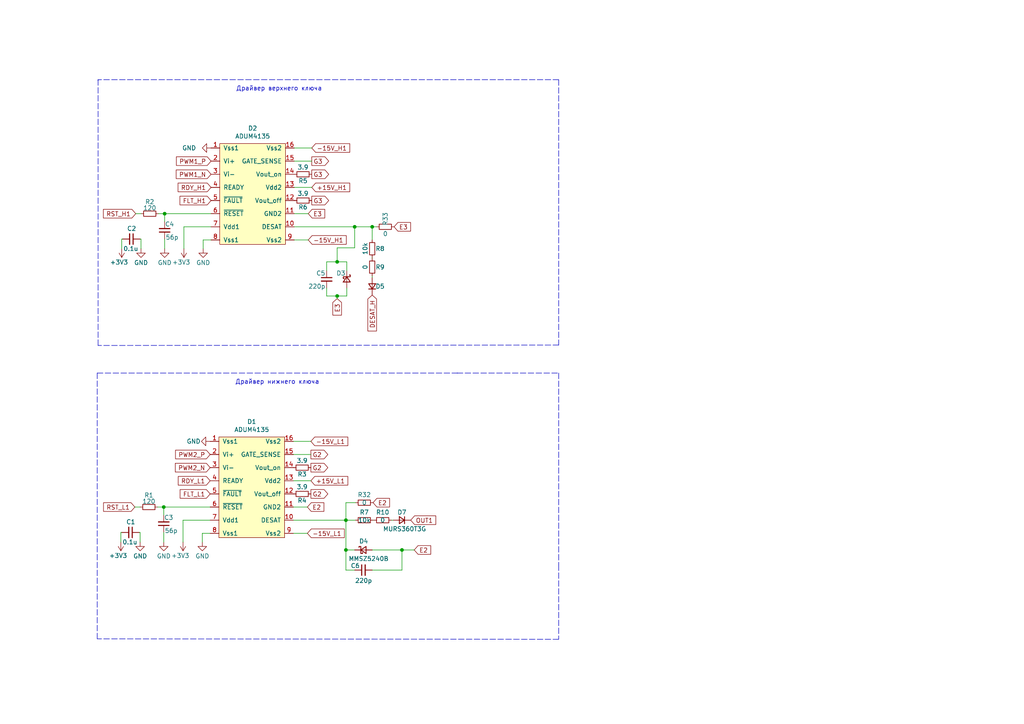
<source format=kicad_sch>
(kicad_sch (version 20211123) (generator eeschema)
  (paper "A4")
  (lib_symbols
    (symbol "ADUM_Driver:ADUM4135" (pin_names (offset 1.016))
      (property "Reference" "D" (at 0 0 0))
      (property "Value" "ADUM_Driver_ADUM4135" (at 0 -1.905 0))
      (symbol "ADUM4135_0_1"
        (rectangle (start -10.16 -3.175) (end 8.89 -32.385) (fill (type background)))
      )
      (symbol "ADUM4135_1_1"
        (pin input line (at -12.7 -4.445 0) (length 2.54) (name "Vss1") (number "1"))
        (pin input line (at 11.43 -27.305 180) (length 2.54) (name "DESAT") (number "10"))
        (pin input line (at 11.43 -23.495 180) (length 2.54) (name "GND2") (number "11"))
        (pin input line (at 11.43 -19.685 180) (length 2.54) (name "Vout_off") (number "12"))
        (pin input line (at 11.43 -15.875 180) (length 2.54) (name "Vdd2") (number "13"))
        (pin input line (at 11.43 -12.065 180) (length 2.54) (name "Vout_on") (number "14"))
        (pin input line (at 11.43 -8.255 180) (length 2.54) (name "GATE_SENSE") (number "15"))
        (pin input line (at 11.43 -4.445 180) (length 2.54) (name "Vss2") (number "16"))
        (pin input line (at -12.7 -8.255 0) (length 2.54) (name "Vi+") (number "2"))
        (pin input line (at -12.7 -12.065 0) (length 2.54) (name "Vi-") (number "3"))
        (pin input line (at -12.7 -15.875 0) (length 2.54) (name "READY") (number "4"))
        (pin input line (at -12.7 -19.685 0) (length 2.54) (name "~{FAULT}") (number "5"))
        (pin input line (at -12.7 -23.495 0) (length 2.54) (name "~{RESET}") (number "6"))
        (pin input line (at -12.7 -27.305 0) (length 2.54) (name "Vdd1") (number "7"))
        (pin input line (at -12.7 -31.115 0) (length 2.54) (name "Vss1") (number "8"))
        (pin input line (at 11.43 -31.115 180) (length 2.54) (name "Vss2") (number "9"))
      )
    )
    (symbol "Device:C_Small" (pin_numbers hide) (pin_names (offset 0.254) hide)
      (property "Reference" "C" (at 0.254 1.778 0))
      (property "Value" "C_Small" (at 0.254 -2.032 0))
      (symbol "C_Small_0_1"
        (polyline (pts (xy -1.524 -0.508) (xy 1.524 -0.508)) (stroke (width 0.3302)))
        (polyline (pts (xy -1.524 0.508) (xy 1.524 0.508)) (stroke (width 0.3048)))
      )
      (symbol "C_Small_1_1"
        (pin passive line (at 0 2.54 270) (length 2.032) (name "~") (number "1"))
        (pin passive line (at 0 -2.54 90) (length 2.032) (name "~") (number "2"))
      )
    )
    (symbol "Device:D_Schottky_Small" (pin_numbers hide) (pin_names (offset 0.254) hide)
      (property "Reference" "D" (at -1.27 2.032 0))
      (property "Value" "D_Schottky_Small" (at -7.112 -2.032 0))
      (symbol "D_Schottky_Small_0_1"
        (polyline (pts (xy -0.762 0) (xy 0.762 0)))
        (polyline (pts (xy 0.762 -1.016) (xy -0.762 0) (xy 0.762 1.016) (xy 0.762 -1.016)) (stroke (width 0.254)))
        (polyline (pts (xy -1.27 0.762) (xy -1.27 1.016) (xy -0.762 1.016) (xy -0.762 -1.016) (xy -0.254 -1.016) (xy -0.254 -0.762)) (stroke (width 0.254)))
      )
      (symbol "D_Schottky_Small_1_1"
        (pin passive line (at -2.54 0 0) (length 1.778) (name "K") (number "1"))
        (pin passive line (at 2.54 0 180) (length 1.778) (name "A") (number "2"))
      )
    )
    (symbol "Device:D_Small" (pin_numbers hide) (pin_names (offset 0.254) hide)
      (property "Reference" "D" (at -1.27 2.032 0))
      (property "Value" "D_Small" (at -3.81 -2.032 0))
      (symbol "D_Small_0_1"
        (polyline (pts (xy -0.762 -1.016) (xy -0.762 1.016)) (stroke (width 0.254)))
        (polyline (pts (xy -0.762 0) (xy 0.762 0)))
        (polyline (pts (xy 0.762 -1.016) (xy -0.762 0) (xy 0.762 1.016) (xy 0.762 -1.016)) (stroke (width 0.254)))
      )
      (symbol "D_Small_1_1"
        (pin passive line (at -2.54 0 0) (length 1.778) (name "K") (number "1"))
        (pin passive line (at 2.54 0 180) (length 1.778) (name "A") (number "2"))
      )
    )
    (symbol "Device:R_Small" (pin_numbers hide) (pin_names (offset 0.254) hide)
      (property "Reference" "R" (at 0.762 0.508 0))
      (property "Value" "R_Small" (at 0.762 -1.016 0))
      (symbol "R_Small_0_1"
        (rectangle (start -0.762 1.778) (end 0.762 -1.778) (stroke (width 0.2032)))
      )
      (symbol "R_Small_1_1"
        (pin passive line (at 0 2.54 270) (length 0.762) (name "~") (number "1"))
        (pin passive line (at 0 -2.54 90) (length 0.762) (name "~") (number "2"))
      )
    )
    (symbol "power:+3.3V" (power) (pin_names (offset 0))
      (property "Value" "+3.3V" (at 0 3.556 0))
      (symbol "+3.3V_0_1"
        (polyline (pts (xy -0.762 1.27) (xy 0 2.54)))
        (polyline (pts (xy 0 0) (xy 0 2.54)))
        (polyline (pts (xy 0 2.54) (xy 0.762 1.27)))
      )
      (symbol "+3.3V_1_1"
        (pin power_in line (at 0 0 90) (length 0) hide (name "+3V3") (number "1"))
      )
    )
    (symbol "power:GND" (power) (pin_names (offset 0))
      (property "Value" "GND" (at 0 -3.81 0))
      (symbol "GND_0_1"
        (polyline (pts (xy 0 0) (xy 0 -1.27) (xy 1.27 -1.27) (xy 0 -2.54) (xy -1.27 -1.27) (xy 0 -1.27)))
      )
      (symbol "GND_1_1"
        (pin power_in line (at 0 0 270) (length 0) hide (name "GND") (number "1"))
      )
    )
  )
  (junction (at 100.33 150.876))
  (junction (at 47.498 147.066))
  (junction (at 102.87 65.786))
  (junction (at 116.586 159.512))
  (junction (at 47.752 61.976))
  (junction (at 97.79 75.946))
  (junction (at 107.95 65.786))
  (junction (at 100.33 159.512))
  (junction (at 97.79 85.852))
  (wire (pts (xy 85.09 150.876) (xy 100.33 150.876)))
  (wire (pts (xy 40.894 69.342) (xy 40.64 69.342)))
  (polyline (pts (xy 28.194 108.204) (xy 132.715 108.204)))
  (wire (pts (xy 47.498 157.226) (xy 47.498 154.432)))
  (wire (pts (xy 47.752 72.136) (xy 47.752 69.342)))
  (wire (pts (xy 40.894 72.136) (xy 40.894 69.342)))
  (wire (pts (xy 94.742 78.486) (xy 94.742 75.946)))
  (wire (pts (xy 60.96 154.686) (xy 58.674 154.686)))
  (wire (pts (xy 85.344 69.596) (xy 89.408 69.596)))
  (wire (pts (xy 102.87 159.512) (xy 100.33 159.512)))
  (wire (pts (xy 107.95 159.512) (xy 116.586 159.512)))
  (wire (pts (xy 35.306 72.136) (xy 35.306 69.342)))
  (polyline (pts (xy 28.194 185.293) (xy 28.194 108.204)))
  (polyline (pts (xy 162.052 163.83) (xy 162.052 185.42)))
  (polyline (pts (xy 162.052 23.114) (xy 162.052 100.076)))
  (wire (pts (xy 108.458 150.876) (xy 108.204 150.876)))
  (wire (pts (xy 107.95 165.354) (xy 116.586 165.354)))
  (wire (pts (xy 94.742 83.566) (xy 94.742 85.852)))
  (wire (pts (xy 97.79 71.882) (xy 102.87 71.882)))
  (wire (pts (xy 107.95 74.93) (xy 107.95 74.676)))
  (wire (pts (xy 107.95 65.786) (xy 107.95 69.596)))
  (wire (pts (xy 102.87 165.354) (xy 100.33 165.354)))
  (wire (pts (xy 107.95 80.01) (xy 107.95 80.518)))
  (wire (pts (xy 47.498 149.352) (xy 47.498 147.066)))
  (wire (pts (xy 100.33 159.512) (xy 100.33 150.876)))
  (wire (pts (xy 53.086 157.226) (xy 53.086 150.876)))
  (wire (pts (xy 85.344 42.926) (xy 90.424 42.926)))
  (wire (pts (xy 40.64 154.432) (xy 40.386 154.432)))
  (wire (pts (xy 47.752 64.262) (xy 47.752 61.976)))
  (wire (pts (xy 85.09 147.066) (xy 89.154 147.066)))
  (polyline (pts (xy 162.052 23.114) (xy 28.448 23.114)))
  (polyline (pts (xy 162.052 100.076) (xy 28.448 100.203)))
  (wire (pts (xy 58.928 69.596) (xy 58.928 72.136)))
  (wire (pts (xy 102.87 65.786) (xy 107.95 65.786)))
  (wire (pts (xy 103.124 145.796) (xy 100.33 145.796)))
  (wire (pts (xy 116.586 165.354) (xy 116.586 159.512)))
  (wire (pts (xy 53.34 72.136) (xy 53.34 65.786)))
  (wire (pts (xy 97.79 75.946) (xy 97.79 71.882)))
  (wire (pts (xy 94.742 85.852) (xy 97.79 85.852)))
  (wire (pts (xy 45.974 61.976) (xy 47.752 61.976)))
  (wire (pts (xy 97.79 75.946) (xy 100.584 75.946)))
  (wire (pts (xy 47.752 61.976) (xy 61.214 61.976)))
  (wire (pts (xy 100.584 83.566) (xy 100.584 85.852)))
  (wire (pts (xy 85.344 65.786) (xy 102.87 65.786)))
  (wire (pts (xy 102.87 71.882) (xy 102.87 65.786)))
  (wire (pts (xy 53.086 150.876) (xy 60.96 150.876)))
  (wire (pts (xy 61.214 69.596) (xy 58.928 69.596)))
  (polyline (pts (xy 162.052 185.42) (xy 28.194 185.293)))
  (wire (pts (xy 85.09 131.826) (xy 90.17 131.826)))
  (wire (pts (xy 85.344 54.356) (xy 90.424 54.356)))
  (wire (pts (xy 53.34 65.786) (xy 61.214 65.786)))
  (polyline (pts (xy 28.448 100.203) (xy 28.448 23.114)))
  (wire (pts (xy 85.344 61.976) (xy 89.408 61.976)))
  (wire (pts (xy 45.72 147.066) (xy 47.498 147.066)))
  (wire (pts (xy 100.33 165.354) (xy 100.33 159.512)))
  (wire (pts (xy 35.306 69.342) (xy 35.56 69.342)))
  (wire (pts (xy 39.37 61.976) (xy 40.894 61.976)))
  (wire (pts (xy 39.116 147.066) (xy 40.64 147.066)))
  (wire (pts (xy 47.498 147.066) (xy 60.96 147.066)))
  (wire (pts (xy 100.33 150.876) (xy 103.124 150.876)))
  (wire (pts (xy 35.052 157.226) (xy 35.052 154.432)))
  (wire (pts (xy 94.742 75.946) (xy 97.79 75.946)))
  (wire (pts (xy 85.344 46.736) (xy 90.424 46.736)))
  (wire (pts (xy 100.584 78.486) (xy 100.584 75.946)))
  (wire (pts (xy 85.09 139.446) (xy 90.17 139.446)))
  (polyline (pts (xy 162.052 108.204) (xy 162.052 163.83)))
  (wire (pts (xy 100.33 145.796) (xy 100.33 150.876)))
  (polyline (pts (xy 132.588 108.204) (xy 162.052 108.204)))
  (wire (pts (xy 97.79 85.852) (xy 97.79 86.614)))
  (wire (pts (xy 35.052 154.432) (xy 35.306 154.432)))
  (wire (pts (xy 58.674 154.686) (xy 58.674 157.226)))
  (wire (pts (xy 113.538 150.876) (xy 114.046 150.876)))
  (wire (pts (xy 85.09 128.016) (xy 90.17 128.016)))
  (polyline (pts (xy 28.448 23.114) (xy 28.448 23.368)))
  (wire (pts (xy 116.586 159.512) (xy 120.142 159.512)))
  (wire (pts (xy 40.64 157.226) (xy 40.64 154.432)))
  (wire (pts (xy 97.79 85.852) (xy 100.584 85.852)))
  (wire (pts (xy 85.09 154.686) (xy 89.154 154.686)))
  (wire (pts (xy 107.95 65.786) (xy 109.22 65.786)))
  (text "Драйвер нижнего ключа" (at 68.199 111.633 0) (effects (font (size 1.27 1.27)) (justify left bottom)))
  (text "Драйвер верхнего ключа" (at 68.453 26.543 0) (effects (font (size 1.27 1.27)) (justify left bottom)))
  (global_label "DESAT_H" (shape input) (at 107.95 85.598 270) (property "Intersheet References" "${INTERSHEET_REFS}" (effects hide)))
  (global_label "E2" (shape input) (at 89.154 147.066 0) (property "Intersheet References" "${INTERSHEET_REFS}" (effects hide)))
  (global_label "-15V_L1" (shape input) (at 89.154 154.686 0) (property "Intersheet References" "${INTERSHEET_REFS}" (effects hide)))
  (global_label "G2" (shape output) (at 90.17 143.256 0) (property "Intersheet References" "${INTERSHEET_REFS}" (effects hide)))
  (global_label "G3" (shape output) (at 90.424 50.546 0) (property "Intersheet References" "${INTERSHEET_REFS}" (effects hide)))
  (global_label "RDY_L1" (shape input) (at 60.96 139.446 180) (property "Intersheet References" "${INTERSHEET_REFS}" (effects hide)))
  (global_label "E3" (shape input) (at 114.3 65.786 0) (property "Intersheet References" "${INTERSHEET_REFS}" (effects hide)))
  (global_label "OUT1" (shape input) (at 119.126 150.876 0) (property "Intersheet References" "${INTERSHEET_REFS}" (effects hide)))
  (global_label "PWM2_N" (shape input) (at 60.96 135.636 180) (property "Intersheet References" "${INTERSHEET_REFS}" (effects hide)))
  (global_label "E3" (shape input) (at 89.408 61.976 0) (property "Intersheet References" "${INTERSHEET_REFS}" (effects hide)))
  (global_label "-15V_H1" (shape input) (at 90.424 42.926 0) (property "Intersheet References" "${INTERSHEET_REFS}" (effects hide)))
  (global_label "RST_H1" (shape input) (at 39.37 61.976 180) (property "Intersheet References" "${INTERSHEET_REFS}" (effects hide)))
  (global_label "E3" (shape input) (at 97.79 86.614 270) (property "Intersheet References" "${INTERSHEET_REFS}" (effects hide)))
  (global_label "FLT_L1" (shape input) (at 60.96 143.256 180) (property "Intersheet References" "${INTERSHEET_REFS}" (effects hide)))
  (global_label "RST_L1" (shape input) (at 39.116 147.066 180) (property "Intersheet References" "${INTERSHEET_REFS}" (effects hide)))
  (global_label "+15V_L1" (shape input) (at 90.17 139.446 0) (property "Intersheet References" "${INTERSHEET_REFS}" (effects hide)))
  (global_label "FLT_H1" (shape input) (at 61.214 58.166 180) (property "Intersheet References" "${INTERSHEET_REFS}" (effects hide)))
  (global_label "RDY_H1" (shape input) (at 61.214 54.356 180) (property "Intersheet References" "${INTERSHEET_REFS}" (effects hide)))
  (global_label "PWM1_N" (shape input) (at 61.214 50.546 180) (property "Intersheet References" "${INTERSHEET_REFS}" (effects hide)))
  (global_label "+15V_H1" (shape input) (at 90.424 54.356 0) (property "Intersheet References" "${INTERSHEET_REFS}" (effects hide)))
  (global_label "G2" (shape output) (at 90.17 135.636 0) (property "Intersheet References" "${INTERSHEET_REFS}" (effects hide)))
  (global_label "E2" (shape input) (at 108.204 145.796 0) (property "Intersheet References" "${INTERSHEET_REFS}" (effects hide)))
  (global_label "PWM2_P" (shape input) (at 60.96 131.826 180) (property "Intersheet References" "${INTERSHEET_REFS}" (effects hide)))
  (global_label "-15V_L1" (shape input) (at 90.17 128.016 0) (property "Intersheet References" "${INTERSHEET_REFS}" (effects hide)))
  (global_label "G3" (shape output) (at 90.424 58.166 0) (property "Intersheet References" "${INTERSHEET_REFS}" (effects hide)))
  (global_label "-15V_H1" (shape input) (at 89.408 69.596 0) (property "Intersheet References" "${INTERSHEET_REFS}" (effects hide)))
  (global_label "PWM1_P" (shape input) (at 61.214 46.736 180) (property "Intersheet References" "${INTERSHEET_REFS}" (effects hide)))
  (global_label "E2" (shape input) (at 120.142 159.512 0) (property "Intersheet References" "${INTERSHEET_REFS}" (effects hide)))
  (global_label "G3" (shape output) (at 90.424 46.736 0) (property "Intersheet References" "${INTERSHEET_REFS}" (effects hide)))
  (global_label "G2" (shape output) (at 90.17 131.826 0) (property "Intersheet References" "${INTERSHEET_REFS}" (effects hide)))
  (symbol (lib_id "power:GND") (at 61.214 42.926 270) (unit 1)
    (property "Reference" "#PWR013" (effects hide))
    (property "Value" "GND" (at 56.896 42.9259 90) (effects (justify right)))
  )
  (symbol (lib_id "Device:C_Small") (at 38.1 69.342 270) (unit 1)
    (property "Reference" "C2" (at 36.83 66.294 90) (effects (justify left)))
    (property "Value" "0.1u" (at 40.132 72.136 90) (effects (justify right)))
    (property "Footprint" "Capacitor_SMD:C_0805_2012Metric_Pad1.18x1.45mm_HandSolder" (effects hide))
  )
  (symbol (lib_id "power:GND") (at 60.96 128.016 270) (unit 1)
    (property "Reference" "#PWR011" (effects hide))
    (property "Value" "GND" (at 54.102 128.016 90) (effects (justify left)))
  )
  (symbol (lib_id "Device:C_Small") (at 94.742 81.026 0) (unit 1)
    (property "Reference" "C5" (at 91.694 79.248 0) (effects (justify left)))
    (property "Value" "220p" (at 89.408 83.058 0) (effects (justify left)))
    (property "Footprint" "Capacitor_SMD:C_0805_2012Metric_Pad1.18x1.45mm_HandSolder" (effects hide))
  )
  (symbol (lib_id "power:GND") (at 40.894 72.136 0) (unit 1)
    (property "Reference" "#PWR04" (effects hide))
    (property "Value" "GND" (at 38.862 76.2 0) (effects (justify left)))
  )
  (symbol (lib_id "Device:D_Small") (at 107.95 83.058 90) (unit 1)
    (property "Reference" "D5" (at 110.236 83.058 90))
    (property "Value" "MURS360T3G" (effects hide))
    (property "Footprint" "Diode_SMD:D_SMC" (effects hide))
  )
  (symbol (lib_id "Device:D_Schottky_Small") (at 100.584 81.026 270) (unit 1)
    (property "Reference" "D3" (at 97.536 79.248 90) (effects (justify left)))
    (property "Value" "MMSZ5240B" (effects hide))
    (property "Footprint" "Diode_SMD:D_SOD-123" (effects hide))
  )
  (symbol (lib_id "Device:R_Small") (at 87.884 58.166 270) (unit 1)
    (property "Reference" "R6" (at 87.884 60.071 90))
    (property "Value" "3.9" (at 87.884 56.134 90))
    (property "Footprint" "Resistor_SMD:R_2512_6332Metric_Pad1.40x3.35mm_HandSolder" (effects hide))
  )
  (symbol (lib_id "Device:R_Small") (at 43.18 147.066 90) (unit 1)
    (property "Reference" "R1" (at 43.18 143.637 90))
    (property "Value" "120" (at 43.18 145.415 90))
    (property "Footprint" "Resistor_SMD:R_0805_2012Metric_Pad1.20x1.40mm_HandSolder" (effects hide))
  )
  (symbol (lib_id "Device:D_Schottky_Small") (at 105.41 159.512 0) (unit 1)
    (property "Reference" "D4" (at 104.14 156.972 0) (effects (justify left)))
    (property "Value" "MMSZ5240B" (at 101.092 162.052 0) (effects (justify left)))
    (property "Footprint" "Diode_SMD:D_SOD-123" (effects hide))
  )
  (symbol (lib_id "Device:C_Small") (at 47.498 151.892 180) (unit 1)
    (property "Reference" "C3" (at 50.292 150.114 0) (effects (justify left)))
    (property "Value" "56p" (at 47.752 153.924 0) (effects (justify right)))
    (property "Footprint" "Capacitor_SMD:C_0805_2012Metric_Pad1.18x1.45mm_HandSolder" (effects hide))
  )
  (symbol (lib_id "Device:R_Small") (at 107.95 72.136 180) (unit 1)
    (property "Reference" "R8" (at 110.236 72.136 0))
    (property "Value" "10k" (at 105.918 72.136 90))
    (property "Footprint" "Resistor_SMD:R_0805_2012Metric_Pad1.20x1.40mm_HandSolder" (effects hide))
  )
  (symbol (lib_id "Device:R_Small") (at 43.434 61.976 90) (unit 1)
    (property "Reference" "R2" (at 43.434 58.547 90))
    (property "Value" "120" (at 43.434 60.325 90))
    (property "Footprint" "Resistor_SMD:R_0805_2012Metric_Pad1.20x1.40mm_HandSolder" (effects hide))
  )
  (symbol (lib_id "Device:R_Small") (at 111.76 65.786 270) (unit 1)
    (property "Reference" "R33" (at 111.76 63.5 0))
    (property "Value" "0" (at 111.76 67.818 90))
    (property "Footprint" "Resistor_SMD:R_0805_2012Metric_Pad1.20x1.40mm_HandSolder" (effects hide))
  )
  (symbol (lib_id "Device:R_Small") (at 87.63 135.636 270) (unit 1)
    (property "Reference" "R3" (at 87.63 137.541 90))
    (property "Value" "3.9" (at 87.63 133.604 90))
    (property "Footprint" "Resistor_SMD:R_2512_6332Metric_Pad1.40x3.35mm_HandSolder" (effects hide))
  )
  (symbol (lib_id "Device:R_Small") (at 87.884 50.546 270) (unit 1)
    (property "Reference" "R5" (at 87.884 52.451 90))
    (property "Value" "3.9" (at 87.884 48.514 90))
    (property "Footprint" "Resistor_SMD:R_2512_6332Metric_Pad1.40x3.35mm_HandSolder" (effects hide))
  )
  (symbol (lib_id "Device:R_Small") (at 110.998 150.876 270) (unit 1)
    (property "Reference" "R10" (at 110.998 148.59 90))
    (property "Value" "0" (at 110.998 150.876 90))
    (property "Footprint" "Resistor_SMD:R_0805_2012Metric_Pad1.20x1.40mm_HandSolder" (effects hide))
  )
  (symbol (lib_id "power:+3.3V") (at 35.306 72.136 180) (unit 1)
    (property "Reference" "#PWR02" (effects hide))
    (property "Value" "+3.3V" (at 31.877 76.073 0) (effects (justify right)))
  )
  (symbol (lib_id "power:GND") (at 58.928 72.136 0) (unit 1)
    (property "Reference" "#PWR010" (effects hide))
    (property "Value" "GND" (at 56.896 76.2 0) (effects (justify left)))
  )
  (symbol (lib_id "Device:C_Small") (at 105.41 165.354 90) (unit 1)
    (property "Reference" "C6" (at 104.394 164.084 90) (effects (justify left)))
    (property "Value" "220p" (at 107.95 168.402 90) (effects (justify left)))
    (property "Footprint" "Capacitor_SMD:C_0805_2012Metric_Pad1.18x1.45mm_HandSolder" (effects hide))
  )
  (symbol (lib_id "ADUM_Driver:ADUM4135") (at 73.914 38.481 0) (unit 1)
    (property "Reference" "D2" (at 73.279 37.211 0))
    (property "Value" "ADUM4135" (at 73.279 39.5224 0))
    (property "Footprint" "Package_SO:SOIC-16W_7.5x10.3mm_P1.27mm" (effects hide))
  )
  (symbol (lib_id "power:GND") (at 40.64 157.226 0) (unit 1)
    (property "Reference" "#PWR03" (effects hide))
    (property "Value" "GND" (at 38.608 161.29 0) (effects (justify left)))
  )
  (symbol (lib_id "power:GND") (at 47.498 157.226 0) (unit 1)
    (property "Reference" "#PWR05" (effects hide))
    (property "Value" "GND" (at 45.466 161.29 0) (effects (justify left)))
  )
  (symbol (lib_id "power:+3.3V") (at 35.052 157.226 180) (unit 1)
    (property "Reference" "#PWR01" (effects hide))
    (property "Value" "+3.3V" (at 31.623 161.163 0) (effects (justify right)))
  )
  (symbol (lib_id "Device:D_Small") (at 116.586 150.876 180) (unit 1)
    (property "Reference" "D7" (at 116.586 148.59 0))
    (property "Value" "MURS360T3G" (at 117.348 153.416 0))
    (property "Footprint" "Diode_SMD:D_SMC" (effects hide))
  )
  (symbol (lib_id "ADUM_Driver:ADUM4135") (at 73.66 123.571 0) (unit 1)
    (property "Reference" "D1" (at 73.025 122.301 0))
    (property "Value" "ADUM4135" (at 73.025 124.6124 0))
    (property "Footprint" "Package_SO:SOIC-16W_7.5x10.3mm_P1.27mm" (effects hide))
  )
  (symbol (lib_id "Device:C_Small") (at 37.846 154.432 270) (unit 1)
    (property "Reference" "C1" (at 36.576 151.384 90) (effects (justify left)))
    (property "Value" "0.1u" (at 39.878 157.226 90) (effects (justify right)))
    (property "Footprint" "Capacitor_SMD:C_0805_2012Metric_Pad1.18x1.45mm_HandSolder" (effects hide))
  )
  (symbol (lib_id "Device:R_Small") (at 105.664 150.876 270) (unit 1)
    (property "Reference" "R7" (at 105.664 148.59 90))
    (property "Value" "10k" (at 105.664 150.876 90))
    (property "Footprint" "Resistor_SMD:R_0805_2012Metric_Pad1.20x1.40mm_HandSolder" (effects hide))
  )
  (symbol (lib_id "Device:C_Small") (at 47.752 66.802 180) (unit 1)
    (property "Reference" "C4" (at 50.546 65.024 0) (effects (justify left)))
    (property "Value" "56p" (at 48.006 68.834 0) (effects (justify right)))
    (property "Footprint" "Capacitor_SMD:C_0805_2012Metric_Pad1.18x1.45mm_HandSolder" (effects hide))
  )
  (symbol (lib_id "Device:R_Small") (at 105.664 145.796 270) (unit 1)
    (property "Reference" "R32" (at 105.664 143.51 90))
    (property "Value" "0" (at 105.664 145.796 90))
    (property "Footprint" "Resistor_SMD:R_0805_2012Metric_Pad1.20x1.40mm_HandSolder" (effects hide))
  )
  (symbol (lib_id "power:+3.3V") (at 53.34 72.136 180) (unit 1)
    (property "Reference" "#PWR08" (effects hide))
    (property "Value" "+3.3V" (at 49.911 76.073 0) (effects (justify right)))
  )
  (symbol (lib_id "power:GND") (at 58.674 157.226 0) (unit 1)
    (property "Reference" "#PWR09" (effects hide))
    (property "Value" "GND" (at 56.642 161.29 0) (effects (justify left)))
  )
  (symbol (lib_id "Device:R_Small") (at 87.63 143.256 270) (unit 1)
    (property "Reference" "R4" (at 87.63 145.161 90))
    (property "Value" "3.9" (at 87.63 141.224 90))
    (property "Footprint" "Resistor_SMD:R_2512_6332Metric_Pad1.40x3.35mm_HandSolder" (effects hide))
  )
  (symbol (lib_id "power:GND") (at 47.752 72.136 0) (unit 1)
    (property "Reference" "#PWR06" (effects hide))
    (property "Value" "GND" (at 45.72 76.2 0) (effects (justify left)))
  )
  (symbol (lib_id "Device:R_Small") (at 107.95 77.47 180) (unit 1)
    (property "Reference" "R9" (at 110.236 77.47 0))
    (property "Value" "0" (at 105.918 77.47 90))
    (property "Footprint" "Resistor_SMD:R_0805_2012Metric_Pad1.20x1.40mm_HandSolder" (effects hide))
  )
  (symbol (lib_id "power:+3.3V") (at 53.086 157.226 180) (unit 1)
    (property "Reference" "#PWR07" (effects hide))
    (property "Value" "+3.3V" (at 49.657 161.163 0) (effects (justify right)))
  )
)
</source>
